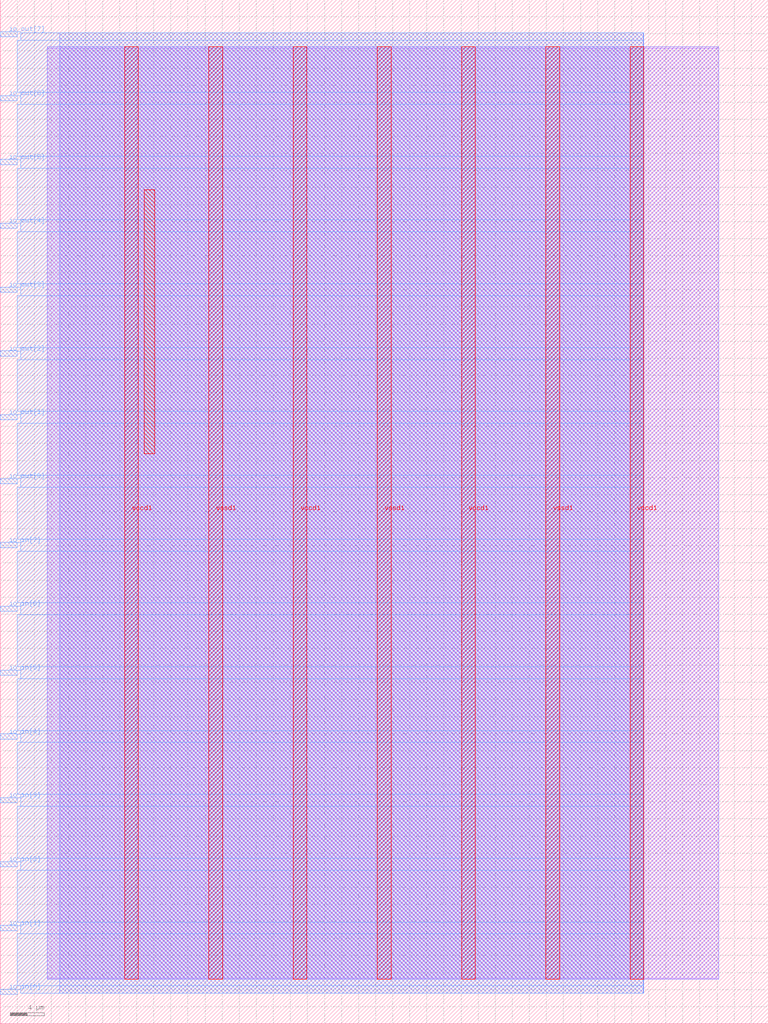
<source format=lef>
VERSION 5.7 ;
  NOWIREEXTENSIONATPIN ON ;
  DIVIDERCHAR "/" ;
  BUSBITCHARS "[]" ;
MACRO github_com_proppy_tt02_xls_counter
  CLASS BLOCK ;
  FOREIGN github_com_proppy_tt02_xls_counter ;
  ORIGIN 0.000 0.000 ;
  SIZE 90.000 BY 120.000 ;
  PIN io_in[0]
    DIRECTION INPUT ;
    USE SIGNAL ;
    PORT
      LAYER met3 ;
        RECT 0.000 3.440 2.000 4.040 ;
    END
  END io_in[0]
  PIN io_in[1]
    DIRECTION INPUT ;
    USE SIGNAL ;
    PORT
      LAYER met3 ;
        RECT 0.000 10.920 2.000 11.520 ;
    END
  END io_in[1]
  PIN io_in[2]
    DIRECTION INPUT ;
    USE SIGNAL ;
    PORT
      LAYER met3 ;
        RECT 0.000 18.400 2.000 19.000 ;
    END
  END io_in[2]
  PIN io_in[3]
    DIRECTION INPUT ;
    USE SIGNAL ;
    PORT
      LAYER met3 ;
        RECT 0.000 25.880 2.000 26.480 ;
    END
  END io_in[3]
  PIN io_in[4]
    DIRECTION INPUT ;
    USE SIGNAL ;
    PORT
      LAYER met3 ;
        RECT 0.000 33.360 2.000 33.960 ;
    END
  END io_in[4]
  PIN io_in[5]
    DIRECTION INPUT ;
    USE SIGNAL ;
    PORT
      LAYER met3 ;
        RECT 0.000 40.840 2.000 41.440 ;
    END
  END io_in[5]
  PIN io_in[6]
    DIRECTION INPUT ;
    USE SIGNAL ;
    PORT
      LAYER met3 ;
        RECT 0.000 48.320 2.000 48.920 ;
    END
  END io_in[6]
  PIN io_in[7]
    DIRECTION INPUT ;
    USE SIGNAL ;
    PORT
      LAYER met3 ;
        RECT 0.000 55.800 2.000 56.400 ;
    END
  END io_in[7]
  PIN io_out[0]
    DIRECTION OUTPUT TRISTATE ;
    USE SIGNAL ;
    PORT
      LAYER met3 ;
        RECT 0.000 63.280 2.000 63.880 ;
    END
  END io_out[0]
  PIN io_out[1]
    DIRECTION OUTPUT TRISTATE ;
    USE SIGNAL ;
    PORT
      LAYER met3 ;
        RECT 0.000 70.760 2.000 71.360 ;
    END
  END io_out[1]
  PIN io_out[2]
    DIRECTION OUTPUT TRISTATE ;
    USE SIGNAL ;
    PORT
      LAYER met3 ;
        RECT 0.000 78.240 2.000 78.840 ;
    END
  END io_out[2]
  PIN io_out[3]
    DIRECTION OUTPUT TRISTATE ;
    USE SIGNAL ;
    PORT
      LAYER met3 ;
        RECT 0.000 85.720 2.000 86.320 ;
    END
  END io_out[3]
  PIN io_out[4]
    DIRECTION OUTPUT TRISTATE ;
    USE SIGNAL ;
    PORT
      LAYER met3 ;
        RECT 0.000 93.200 2.000 93.800 ;
    END
  END io_out[4]
  PIN io_out[5]
    DIRECTION OUTPUT TRISTATE ;
    USE SIGNAL ;
    PORT
      LAYER met3 ;
        RECT 0.000 100.680 2.000 101.280 ;
    END
  END io_out[5]
  PIN io_out[6]
    DIRECTION OUTPUT TRISTATE ;
    USE SIGNAL ;
    PORT
      LAYER met3 ;
        RECT 0.000 108.160 2.000 108.760 ;
    END
  END io_out[6]
  PIN io_out[7]
    DIRECTION OUTPUT TRISTATE ;
    USE SIGNAL ;
    PORT
      LAYER met3 ;
        RECT 0.000 115.640 2.000 116.240 ;
    END
  END io_out[7]
  PIN vccd1
    DIRECTION INOUT ;
    USE POWER ;
    PORT
      LAYER met4 ;
        RECT 14.590 5.200 16.190 114.480 ;
    END
    PORT
      LAYER met4 ;
        RECT 34.330 5.200 35.930 114.480 ;
    END
    PORT
      LAYER met4 ;
        RECT 54.070 5.200 55.670 114.480 ;
    END
    PORT
      LAYER met4 ;
        RECT 73.810 5.200 75.410 114.480 ;
    END
  END vccd1
  PIN vssd1
    DIRECTION INOUT ;
    USE GROUND ;
    PORT
      LAYER met4 ;
        RECT 24.460 5.200 26.060 114.480 ;
    END
    PORT
      LAYER met4 ;
        RECT 44.200 5.200 45.800 114.480 ;
    END
    PORT
      LAYER met4 ;
        RECT 63.940 5.200 65.540 114.480 ;
    END
  END vssd1
  OBS
      LAYER li1 ;
        RECT 5.520 5.355 84.180 114.325 ;
      LAYER met1 ;
        RECT 5.520 5.200 84.180 114.480 ;
      LAYER met2 ;
        RECT 6.990 3.555 75.380 116.125 ;
      LAYER met3 ;
        RECT 2.400 115.240 75.400 116.105 ;
        RECT 2.000 109.160 75.400 115.240 ;
        RECT 2.400 107.760 75.400 109.160 ;
        RECT 2.000 101.680 75.400 107.760 ;
        RECT 2.400 100.280 75.400 101.680 ;
        RECT 2.000 94.200 75.400 100.280 ;
        RECT 2.400 92.800 75.400 94.200 ;
        RECT 2.000 86.720 75.400 92.800 ;
        RECT 2.400 85.320 75.400 86.720 ;
        RECT 2.000 79.240 75.400 85.320 ;
        RECT 2.400 77.840 75.400 79.240 ;
        RECT 2.000 71.760 75.400 77.840 ;
        RECT 2.400 70.360 75.400 71.760 ;
        RECT 2.000 64.280 75.400 70.360 ;
        RECT 2.400 62.880 75.400 64.280 ;
        RECT 2.000 56.800 75.400 62.880 ;
        RECT 2.400 55.400 75.400 56.800 ;
        RECT 2.000 49.320 75.400 55.400 ;
        RECT 2.400 47.920 75.400 49.320 ;
        RECT 2.000 41.840 75.400 47.920 ;
        RECT 2.400 40.440 75.400 41.840 ;
        RECT 2.000 34.360 75.400 40.440 ;
        RECT 2.400 32.960 75.400 34.360 ;
        RECT 2.000 26.880 75.400 32.960 ;
        RECT 2.400 25.480 75.400 26.880 ;
        RECT 2.000 19.400 75.400 25.480 ;
        RECT 2.400 18.000 75.400 19.400 ;
        RECT 2.000 11.920 75.400 18.000 ;
        RECT 2.400 10.520 75.400 11.920 ;
        RECT 2.000 4.440 75.400 10.520 ;
        RECT 2.400 3.575 75.400 4.440 ;
      LAYER met4 ;
        RECT 16.855 66.815 18.105 97.745 ;
  END
END github_com_proppy_tt02_xls_counter
END LIBRARY


</source>
